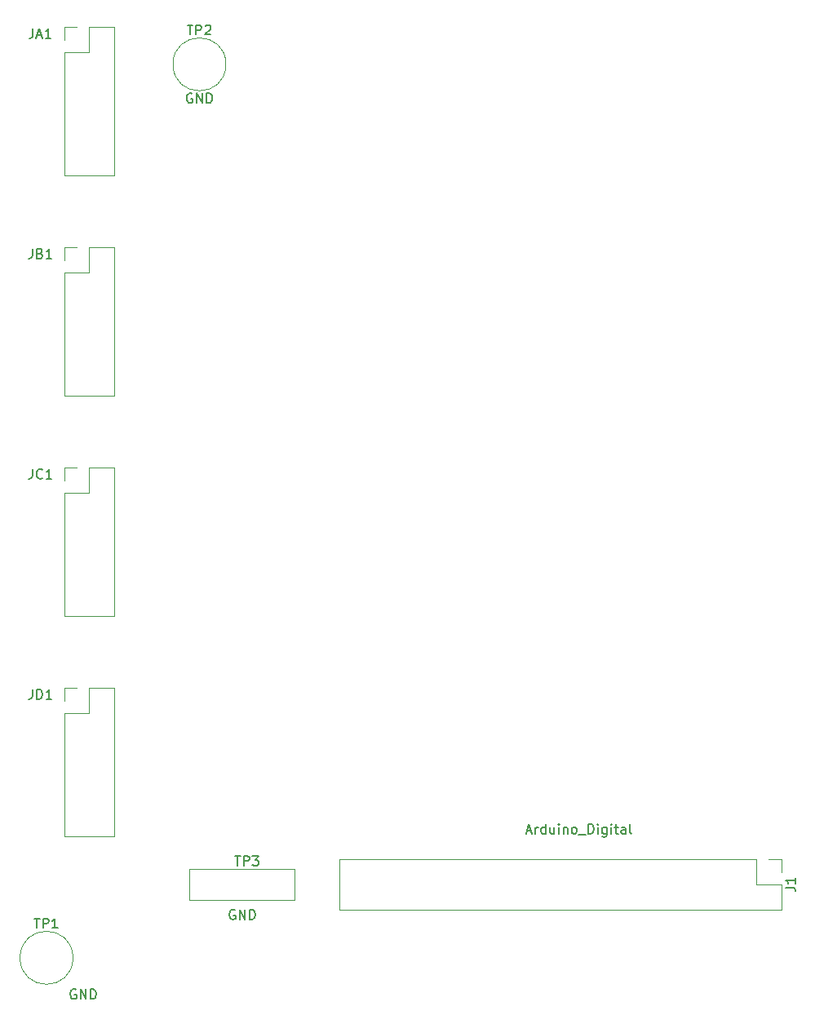
<source format=gbr>
%TF.GenerationSoftware,KiCad,Pcbnew,8.0.2*%
%TF.CreationDate,2024-05-14T21:46:34+09:00*%
%TF.ProjectId,Gender_A7-100_ArduinoDUE,47656e64-6572-45f4-9137-2d3130305f41,rev?*%
%TF.SameCoordinates,Original*%
%TF.FileFunction,Legend,Top*%
%TF.FilePolarity,Positive*%
%FSLAX46Y46*%
G04 Gerber Fmt 4.6, Leading zero omitted, Abs format (unit mm)*
G04 Created by KiCad (PCBNEW 8.0.2) date 2024-05-14 21:46:34*
%MOMM*%
%LPD*%
G01*
G04 APERTURE LIST*
%ADD10C,0.150000*%
%ADD11C,0.120000*%
G04 APERTURE END LIST*
D10*
X97163095Y-141956819D02*
X97734523Y-141956819D01*
X97448809Y-142956819D02*
X97448809Y-141956819D01*
X98067857Y-142956819D02*
X98067857Y-141956819D01*
X98067857Y-141956819D02*
X98448809Y-141956819D01*
X98448809Y-141956819D02*
X98544047Y-142004438D01*
X98544047Y-142004438D02*
X98591666Y-142052057D01*
X98591666Y-142052057D02*
X98639285Y-142147295D01*
X98639285Y-142147295D02*
X98639285Y-142290152D01*
X98639285Y-142290152D02*
X98591666Y-142385390D01*
X98591666Y-142385390D02*
X98544047Y-142433009D01*
X98544047Y-142433009D02*
X98448809Y-142480628D01*
X98448809Y-142480628D02*
X98067857Y-142480628D01*
X99591666Y-142956819D02*
X99020238Y-142956819D01*
X99305952Y-142956819D02*
X99305952Y-141956819D01*
X99305952Y-141956819D02*
X99210714Y-142099676D01*
X99210714Y-142099676D02*
X99115476Y-142194914D01*
X99115476Y-142194914D02*
X99020238Y-142242533D01*
X101473095Y-149362438D02*
X101377857Y-149314819D01*
X101377857Y-149314819D02*
X101235000Y-149314819D01*
X101235000Y-149314819D02*
X101092143Y-149362438D01*
X101092143Y-149362438D02*
X100996905Y-149457676D01*
X100996905Y-149457676D02*
X100949286Y-149552914D01*
X100949286Y-149552914D02*
X100901667Y-149743390D01*
X100901667Y-149743390D02*
X100901667Y-149886247D01*
X100901667Y-149886247D02*
X100949286Y-150076723D01*
X100949286Y-150076723D02*
X100996905Y-150171961D01*
X100996905Y-150171961D02*
X101092143Y-150267200D01*
X101092143Y-150267200D02*
X101235000Y-150314819D01*
X101235000Y-150314819D02*
X101330238Y-150314819D01*
X101330238Y-150314819D02*
X101473095Y-150267200D01*
X101473095Y-150267200D02*
X101520714Y-150219580D01*
X101520714Y-150219580D02*
X101520714Y-149886247D01*
X101520714Y-149886247D02*
X101330238Y-149886247D01*
X101949286Y-150314819D02*
X101949286Y-149314819D01*
X101949286Y-149314819D02*
X102520714Y-150314819D01*
X102520714Y-150314819D02*
X102520714Y-149314819D01*
X102996905Y-150314819D02*
X102996905Y-149314819D01*
X102996905Y-149314819D02*
X103235000Y-149314819D01*
X103235000Y-149314819D02*
X103377857Y-149362438D01*
X103377857Y-149362438D02*
X103473095Y-149457676D01*
X103473095Y-149457676D02*
X103520714Y-149552914D01*
X103520714Y-149552914D02*
X103568333Y-149743390D01*
X103568333Y-149743390D02*
X103568333Y-149886247D01*
X103568333Y-149886247D02*
X103520714Y-150076723D01*
X103520714Y-150076723D02*
X103473095Y-150171961D01*
X103473095Y-150171961D02*
X103377857Y-150267200D01*
X103377857Y-150267200D02*
X103235000Y-150314819D01*
X103235000Y-150314819D02*
X102996905Y-150314819D01*
X117993095Y-135484819D02*
X118564523Y-135484819D01*
X118278809Y-136484819D02*
X118278809Y-135484819D01*
X118897857Y-136484819D02*
X118897857Y-135484819D01*
X118897857Y-135484819D02*
X119278809Y-135484819D01*
X119278809Y-135484819D02*
X119374047Y-135532438D01*
X119374047Y-135532438D02*
X119421666Y-135580057D01*
X119421666Y-135580057D02*
X119469285Y-135675295D01*
X119469285Y-135675295D02*
X119469285Y-135818152D01*
X119469285Y-135818152D02*
X119421666Y-135913390D01*
X119421666Y-135913390D02*
X119374047Y-135961009D01*
X119374047Y-135961009D02*
X119278809Y-136008628D01*
X119278809Y-136008628D02*
X118897857Y-136008628D01*
X119802619Y-135484819D02*
X120421666Y-135484819D01*
X120421666Y-135484819D02*
X120088333Y-135865771D01*
X120088333Y-135865771D02*
X120231190Y-135865771D01*
X120231190Y-135865771D02*
X120326428Y-135913390D01*
X120326428Y-135913390D02*
X120374047Y-135961009D01*
X120374047Y-135961009D02*
X120421666Y-136056247D01*
X120421666Y-136056247D02*
X120421666Y-136294342D01*
X120421666Y-136294342D02*
X120374047Y-136389580D01*
X120374047Y-136389580D02*
X120326428Y-136437200D01*
X120326428Y-136437200D02*
X120231190Y-136484819D01*
X120231190Y-136484819D02*
X119945476Y-136484819D01*
X119945476Y-136484819D02*
X119850238Y-136437200D01*
X119850238Y-136437200D02*
X119802619Y-136389580D01*
X117983095Y-141107438D02*
X117887857Y-141059819D01*
X117887857Y-141059819D02*
X117745000Y-141059819D01*
X117745000Y-141059819D02*
X117602143Y-141107438D01*
X117602143Y-141107438D02*
X117506905Y-141202676D01*
X117506905Y-141202676D02*
X117459286Y-141297914D01*
X117459286Y-141297914D02*
X117411667Y-141488390D01*
X117411667Y-141488390D02*
X117411667Y-141631247D01*
X117411667Y-141631247D02*
X117459286Y-141821723D01*
X117459286Y-141821723D02*
X117506905Y-141916961D01*
X117506905Y-141916961D02*
X117602143Y-142012200D01*
X117602143Y-142012200D02*
X117745000Y-142059819D01*
X117745000Y-142059819D02*
X117840238Y-142059819D01*
X117840238Y-142059819D02*
X117983095Y-142012200D01*
X117983095Y-142012200D02*
X118030714Y-141964580D01*
X118030714Y-141964580D02*
X118030714Y-141631247D01*
X118030714Y-141631247D02*
X117840238Y-141631247D01*
X118459286Y-142059819D02*
X118459286Y-141059819D01*
X118459286Y-141059819D02*
X119030714Y-142059819D01*
X119030714Y-142059819D02*
X119030714Y-141059819D01*
X119506905Y-142059819D02*
X119506905Y-141059819D01*
X119506905Y-141059819D02*
X119745000Y-141059819D01*
X119745000Y-141059819D02*
X119887857Y-141107438D01*
X119887857Y-141107438D02*
X119983095Y-141202676D01*
X119983095Y-141202676D02*
X120030714Y-141297914D01*
X120030714Y-141297914D02*
X120078333Y-141488390D01*
X120078333Y-141488390D02*
X120078333Y-141631247D01*
X120078333Y-141631247D02*
X120030714Y-141821723D01*
X120030714Y-141821723D02*
X119983095Y-141916961D01*
X119983095Y-141916961D02*
X119887857Y-142012200D01*
X119887857Y-142012200D02*
X119745000Y-142059819D01*
X119745000Y-142059819D02*
X119506905Y-142059819D01*
X113038095Y-49246819D02*
X113609523Y-49246819D01*
X113323809Y-50246819D02*
X113323809Y-49246819D01*
X113942857Y-50246819D02*
X113942857Y-49246819D01*
X113942857Y-49246819D02*
X114323809Y-49246819D01*
X114323809Y-49246819D02*
X114419047Y-49294438D01*
X114419047Y-49294438D02*
X114466666Y-49342057D01*
X114466666Y-49342057D02*
X114514285Y-49437295D01*
X114514285Y-49437295D02*
X114514285Y-49580152D01*
X114514285Y-49580152D02*
X114466666Y-49675390D01*
X114466666Y-49675390D02*
X114419047Y-49723009D01*
X114419047Y-49723009D02*
X114323809Y-49770628D01*
X114323809Y-49770628D02*
X113942857Y-49770628D01*
X114895238Y-49342057D02*
X114942857Y-49294438D01*
X114942857Y-49294438D02*
X115038095Y-49246819D01*
X115038095Y-49246819D02*
X115276190Y-49246819D01*
X115276190Y-49246819D02*
X115371428Y-49294438D01*
X115371428Y-49294438D02*
X115419047Y-49342057D01*
X115419047Y-49342057D02*
X115466666Y-49437295D01*
X115466666Y-49437295D02*
X115466666Y-49532533D01*
X115466666Y-49532533D02*
X115419047Y-49675390D01*
X115419047Y-49675390D02*
X114847619Y-50246819D01*
X114847619Y-50246819D02*
X115466666Y-50246819D01*
X113538095Y-56392438D02*
X113442857Y-56344819D01*
X113442857Y-56344819D02*
X113300000Y-56344819D01*
X113300000Y-56344819D02*
X113157143Y-56392438D01*
X113157143Y-56392438D02*
X113061905Y-56487676D01*
X113061905Y-56487676D02*
X113014286Y-56582914D01*
X113014286Y-56582914D02*
X112966667Y-56773390D01*
X112966667Y-56773390D02*
X112966667Y-56916247D01*
X112966667Y-56916247D02*
X113014286Y-57106723D01*
X113014286Y-57106723D02*
X113061905Y-57201961D01*
X113061905Y-57201961D02*
X113157143Y-57297200D01*
X113157143Y-57297200D02*
X113300000Y-57344819D01*
X113300000Y-57344819D02*
X113395238Y-57344819D01*
X113395238Y-57344819D02*
X113538095Y-57297200D01*
X113538095Y-57297200D02*
X113585714Y-57249580D01*
X113585714Y-57249580D02*
X113585714Y-56916247D01*
X113585714Y-56916247D02*
X113395238Y-56916247D01*
X114014286Y-57344819D02*
X114014286Y-56344819D01*
X114014286Y-56344819D02*
X114585714Y-57344819D01*
X114585714Y-57344819D02*
X114585714Y-56344819D01*
X115061905Y-57344819D02*
X115061905Y-56344819D01*
X115061905Y-56344819D02*
X115300000Y-56344819D01*
X115300000Y-56344819D02*
X115442857Y-56392438D01*
X115442857Y-56392438D02*
X115538095Y-56487676D01*
X115538095Y-56487676D02*
X115585714Y-56582914D01*
X115585714Y-56582914D02*
X115633333Y-56773390D01*
X115633333Y-56773390D02*
X115633333Y-56916247D01*
X115633333Y-56916247D02*
X115585714Y-57106723D01*
X115585714Y-57106723D02*
X115538095Y-57201961D01*
X115538095Y-57201961D02*
X115442857Y-57297200D01*
X115442857Y-57297200D02*
X115300000Y-57344819D01*
X115300000Y-57344819D02*
X115061905Y-57344819D01*
X97028095Y-49619819D02*
X97028095Y-50334104D01*
X97028095Y-50334104D02*
X96980476Y-50476961D01*
X96980476Y-50476961D02*
X96885238Y-50572200D01*
X96885238Y-50572200D02*
X96742381Y-50619819D01*
X96742381Y-50619819D02*
X96647143Y-50619819D01*
X97456667Y-50334104D02*
X97932857Y-50334104D01*
X97361429Y-50619819D02*
X97694762Y-49619819D01*
X97694762Y-49619819D02*
X98028095Y-50619819D01*
X98885238Y-50619819D02*
X98313810Y-50619819D01*
X98599524Y-50619819D02*
X98599524Y-49619819D01*
X98599524Y-49619819D02*
X98504286Y-49762676D01*
X98504286Y-49762676D02*
X98409048Y-49857914D01*
X98409048Y-49857914D02*
X98313810Y-49905533D01*
X96956666Y-95339819D02*
X96956666Y-96054104D01*
X96956666Y-96054104D02*
X96909047Y-96196961D01*
X96909047Y-96196961D02*
X96813809Y-96292200D01*
X96813809Y-96292200D02*
X96670952Y-96339819D01*
X96670952Y-96339819D02*
X96575714Y-96339819D01*
X98004285Y-96244580D02*
X97956666Y-96292200D01*
X97956666Y-96292200D02*
X97813809Y-96339819D01*
X97813809Y-96339819D02*
X97718571Y-96339819D01*
X97718571Y-96339819D02*
X97575714Y-96292200D01*
X97575714Y-96292200D02*
X97480476Y-96196961D01*
X97480476Y-96196961D02*
X97432857Y-96101723D01*
X97432857Y-96101723D02*
X97385238Y-95911247D01*
X97385238Y-95911247D02*
X97385238Y-95768390D01*
X97385238Y-95768390D02*
X97432857Y-95577914D01*
X97432857Y-95577914D02*
X97480476Y-95482676D01*
X97480476Y-95482676D02*
X97575714Y-95387438D01*
X97575714Y-95387438D02*
X97718571Y-95339819D01*
X97718571Y-95339819D02*
X97813809Y-95339819D01*
X97813809Y-95339819D02*
X97956666Y-95387438D01*
X97956666Y-95387438D02*
X98004285Y-95435057D01*
X98956666Y-96339819D02*
X98385238Y-96339819D01*
X98670952Y-96339819D02*
X98670952Y-95339819D01*
X98670952Y-95339819D02*
X98575714Y-95482676D01*
X98575714Y-95482676D02*
X98480476Y-95577914D01*
X98480476Y-95577914D02*
X98385238Y-95625533D01*
X96956666Y-72479819D02*
X96956666Y-73194104D01*
X96956666Y-73194104D02*
X96909047Y-73336961D01*
X96909047Y-73336961D02*
X96813809Y-73432200D01*
X96813809Y-73432200D02*
X96670952Y-73479819D01*
X96670952Y-73479819D02*
X96575714Y-73479819D01*
X97766190Y-72956009D02*
X97909047Y-73003628D01*
X97909047Y-73003628D02*
X97956666Y-73051247D01*
X97956666Y-73051247D02*
X98004285Y-73146485D01*
X98004285Y-73146485D02*
X98004285Y-73289342D01*
X98004285Y-73289342D02*
X97956666Y-73384580D01*
X97956666Y-73384580D02*
X97909047Y-73432200D01*
X97909047Y-73432200D02*
X97813809Y-73479819D01*
X97813809Y-73479819D02*
X97432857Y-73479819D01*
X97432857Y-73479819D02*
X97432857Y-72479819D01*
X97432857Y-72479819D02*
X97766190Y-72479819D01*
X97766190Y-72479819D02*
X97861428Y-72527438D01*
X97861428Y-72527438D02*
X97909047Y-72575057D01*
X97909047Y-72575057D02*
X97956666Y-72670295D01*
X97956666Y-72670295D02*
X97956666Y-72765533D01*
X97956666Y-72765533D02*
X97909047Y-72860771D01*
X97909047Y-72860771D02*
X97861428Y-72908390D01*
X97861428Y-72908390D02*
X97766190Y-72956009D01*
X97766190Y-72956009D02*
X97432857Y-72956009D01*
X98956666Y-73479819D02*
X98385238Y-73479819D01*
X98670952Y-73479819D02*
X98670952Y-72479819D01*
X98670952Y-72479819D02*
X98575714Y-72622676D01*
X98575714Y-72622676D02*
X98480476Y-72717914D01*
X98480476Y-72717914D02*
X98385238Y-72765533D01*
X96956666Y-118199819D02*
X96956666Y-118914104D01*
X96956666Y-118914104D02*
X96909047Y-119056961D01*
X96909047Y-119056961D02*
X96813809Y-119152200D01*
X96813809Y-119152200D02*
X96670952Y-119199819D01*
X96670952Y-119199819D02*
X96575714Y-119199819D01*
X97432857Y-119199819D02*
X97432857Y-118199819D01*
X97432857Y-118199819D02*
X97670952Y-118199819D01*
X97670952Y-118199819D02*
X97813809Y-118247438D01*
X97813809Y-118247438D02*
X97909047Y-118342676D01*
X97909047Y-118342676D02*
X97956666Y-118437914D01*
X97956666Y-118437914D02*
X98004285Y-118628390D01*
X98004285Y-118628390D02*
X98004285Y-118771247D01*
X98004285Y-118771247D02*
X97956666Y-118961723D01*
X97956666Y-118961723D02*
X97909047Y-119056961D01*
X97909047Y-119056961D02*
X97813809Y-119152200D01*
X97813809Y-119152200D02*
X97670952Y-119199819D01*
X97670952Y-119199819D02*
X97432857Y-119199819D01*
X98956666Y-119199819D02*
X98385238Y-119199819D01*
X98670952Y-119199819D02*
X98670952Y-118199819D01*
X98670952Y-118199819D02*
X98575714Y-118342676D01*
X98575714Y-118342676D02*
X98480476Y-118437914D01*
X98480476Y-118437914D02*
X98385238Y-118485533D01*
X175139819Y-138763333D02*
X175854104Y-138763333D01*
X175854104Y-138763333D02*
X175996961Y-138810952D01*
X175996961Y-138810952D02*
X176092200Y-138906190D01*
X176092200Y-138906190D02*
X176139819Y-139049047D01*
X176139819Y-139049047D02*
X176139819Y-139144285D01*
X176139819Y-137763333D02*
X176139819Y-138334761D01*
X176139819Y-138049047D02*
X175139819Y-138049047D01*
X175139819Y-138049047D02*
X175282676Y-138144285D01*
X175282676Y-138144285D02*
X175377914Y-138239523D01*
X175377914Y-138239523D02*
X175425533Y-138334761D01*
X148265238Y-132884104D02*
X148741428Y-132884104D01*
X148170000Y-133169819D02*
X148503333Y-132169819D01*
X148503333Y-132169819D02*
X148836666Y-133169819D01*
X149170000Y-133169819D02*
X149170000Y-132503152D01*
X149170000Y-132693628D02*
X149217619Y-132598390D01*
X149217619Y-132598390D02*
X149265238Y-132550771D01*
X149265238Y-132550771D02*
X149360476Y-132503152D01*
X149360476Y-132503152D02*
X149455714Y-132503152D01*
X150217619Y-133169819D02*
X150217619Y-132169819D01*
X150217619Y-133122200D02*
X150122381Y-133169819D01*
X150122381Y-133169819D02*
X149931905Y-133169819D01*
X149931905Y-133169819D02*
X149836667Y-133122200D01*
X149836667Y-133122200D02*
X149789048Y-133074580D01*
X149789048Y-133074580D02*
X149741429Y-132979342D01*
X149741429Y-132979342D02*
X149741429Y-132693628D01*
X149741429Y-132693628D02*
X149789048Y-132598390D01*
X149789048Y-132598390D02*
X149836667Y-132550771D01*
X149836667Y-132550771D02*
X149931905Y-132503152D01*
X149931905Y-132503152D02*
X150122381Y-132503152D01*
X150122381Y-132503152D02*
X150217619Y-132550771D01*
X151122381Y-132503152D02*
X151122381Y-133169819D01*
X150693810Y-132503152D02*
X150693810Y-133026961D01*
X150693810Y-133026961D02*
X150741429Y-133122200D01*
X150741429Y-133122200D02*
X150836667Y-133169819D01*
X150836667Y-133169819D02*
X150979524Y-133169819D01*
X150979524Y-133169819D02*
X151074762Y-133122200D01*
X151074762Y-133122200D02*
X151122381Y-133074580D01*
X151598572Y-133169819D02*
X151598572Y-132503152D01*
X151598572Y-132169819D02*
X151550953Y-132217438D01*
X151550953Y-132217438D02*
X151598572Y-132265057D01*
X151598572Y-132265057D02*
X151646191Y-132217438D01*
X151646191Y-132217438D02*
X151598572Y-132169819D01*
X151598572Y-132169819D02*
X151598572Y-132265057D01*
X152074762Y-132503152D02*
X152074762Y-133169819D01*
X152074762Y-132598390D02*
X152122381Y-132550771D01*
X152122381Y-132550771D02*
X152217619Y-132503152D01*
X152217619Y-132503152D02*
X152360476Y-132503152D01*
X152360476Y-132503152D02*
X152455714Y-132550771D01*
X152455714Y-132550771D02*
X152503333Y-132646009D01*
X152503333Y-132646009D02*
X152503333Y-133169819D01*
X153122381Y-133169819D02*
X153027143Y-133122200D01*
X153027143Y-133122200D02*
X152979524Y-133074580D01*
X152979524Y-133074580D02*
X152931905Y-132979342D01*
X152931905Y-132979342D02*
X152931905Y-132693628D01*
X152931905Y-132693628D02*
X152979524Y-132598390D01*
X152979524Y-132598390D02*
X153027143Y-132550771D01*
X153027143Y-132550771D02*
X153122381Y-132503152D01*
X153122381Y-132503152D02*
X153265238Y-132503152D01*
X153265238Y-132503152D02*
X153360476Y-132550771D01*
X153360476Y-132550771D02*
X153408095Y-132598390D01*
X153408095Y-132598390D02*
X153455714Y-132693628D01*
X153455714Y-132693628D02*
X153455714Y-132979342D01*
X153455714Y-132979342D02*
X153408095Y-133074580D01*
X153408095Y-133074580D02*
X153360476Y-133122200D01*
X153360476Y-133122200D02*
X153265238Y-133169819D01*
X153265238Y-133169819D02*
X153122381Y-133169819D01*
X153646191Y-133265057D02*
X154408095Y-133265057D01*
X154646191Y-133169819D02*
X154646191Y-132169819D01*
X154646191Y-132169819D02*
X154884286Y-132169819D01*
X154884286Y-132169819D02*
X155027143Y-132217438D01*
X155027143Y-132217438D02*
X155122381Y-132312676D01*
X155122381Y-132312676D02*
X155170000Y-132407914D01*
X155170000Y-132407914D02*
X155217619Y-132598390D01*
X155217619Y-132598390D02*
X155217619Y-132741247D01*
X155217619Y-132741247D02*
X155170000Y-132931723D01*
X155170000Y-132931723D02*
X155122381Y-133026961D01*
X155122381Y-133026961D02*
X155027143Y-133122200D01*
X155027143Y-133122200D02*
X154884286Y-133169819D01*
X154884286Y-133169819D02*
X154646191Y-133169819D01*
X155646191Y-133169819D02*
X155646191Y-132503152D01*
X155646191Y-132169819D02*
X155598572Y-132217438D01*
X155598572Y-132217438D02*
X155646191Y-132265057D01*
X155646191Y-132265057D02*
X155693810Y-132217438D01*
X155693810Y-132217438D02*
X155646191Y-132169819D01*
X155646191Y-132169819D02*
X155646191Y-132265057D01*
X156550952Y-132503152D02*
X156550952Y-133312676D01*
X156550952Y-133312676D02*
X156503333Y-133407914D01*
X156503333Y-133407914D02*
X156455714Y-133455533D01*
X156455714Y-133455533D02*
X156360476Y-133503152D01*
X156360476Y-133503152D02*
X156217619Y-133503152D01*
X156217619Y-133503152D02*
X156122381Y-133455533D01*
X156550952Y-133122200D02*
X156455714Y-133169819D01*
X156455714Y-133169819D02*
X156265238Y-133169819D01*
X156265238Y-133169819D02*
X156170000Y-133122200D01*
X156170000Y-133122200D02*
X156122381Y-133074580D01*
X156122381Y-133074580D02*
X156074762Y-132979342D01*
X156074762Y-132979342D02*
X156074762Y-132693628D01*
X156074762Y-132693628D02*
X156122381Y-132598390D01*
X156122381Y-132598390D02*
X156170000Y-132550771D01*
X156170000Y-132550771D02*
X156265238Y-132503152D01*
X156265238Y-132503152D02*
X156455714Y-132503152D01*
X156455714Y-132503152D02*
X156550952Y-132550771D01*
X157027143Y-133169819D02*
X157027143Y-132503152D01*
X157027143Y-132169819D02*
X156979524Y-132217438D01*
X156979524Y-132217438D02*
X157027143Y-132265057D01*
X157027143Y-132265057D02*
X157074762Y-132217438D01*
X157074762Y-132217438D02*
X157027143Y-132169819D01*
X157027143Y-132169819D02*
X157027143Y-132265057D01*
X157360476Y-132503152D02*
X157741428Y-132503152D01*
X157503333Y-132169819D02*
X157503333Y-133026961D01*
X157503333Y-133026961D02*
X157550952Y-133122200D01*
X157550952Y-133122200D02*
X157646190Y-133169819D01*
X157646190Y-133169819D02*
X157741428Y-133169819D01*
X158503333Y-133169819D02*
X158503333Y-132646009D01*
X158503333Y-132646009D02*
X158455714Y-132550771D01*
X158455714Y-132550771D02*
X158360476Y-132503152D01*
X158360476Y-132503152D02*
X158170000Y-132503152D01*
X158170000Y-132503152D02*
X158074762Y-132550771D01*
X158503333Y-133122200D02*
X158408095Y-133169819D01*
X158408095Y-133169819D02*
X158170000Y-133169819D01*
X158170000Y-133169819D02*
X158074762Y-133122200D01*
X158074762Y-133122200D02*
X158027143Y-133026961D01*
X158027143Y-133026961D02*
X158027143Y-132931723D01*
X158027143Y-132931723D02*
X158074762Y-132836485D01*
X158074762Y-132836485D02*
X158170000Y-132788866D01*
X158170000Y-132788866D02*
X158408095Y-132788866D01*
X158408095Y-132788866D02*
X158503333Y-132741247D01*
X159122381Y-133169819D02*
X159027143Y-133122200D01*
X159027143Y-133122200D02*
X158979524Y-133026961D01*
X158979524Y-133026961D02*
X158979524Y-132169819D01*
D11*
%TO.C,TP1*%
X101175000Y-146050000D02*
G75*
G02*
X95675000Y-146050000I-2750000J0D01*
G01*
X95675000Y-146050000D02*
G75*
G02*
X101175000Y-146050000I2750000J0D01*
G01*
%TO.C,TP3*%
X124155000Y-140030000D02*
X113255000Y-140030000D01*
X124155000Y-136830000D02*
X124155000Y-140030000D01*
X113255000Y-140030000D02*
X113255000Y-136830000D01*
X113255000Y-136830000D02*
X124155000Y-136830000D01*
%TO.C,TP2*%
X117050000Y-53340000D02*
G75*
G02*
X111550000Y-53340000I-2750000J0D01*
G01*
X111550000Y-53340000D02*
G75*
G02*
X117050000Y-53340000I2750000J0D01*
G01*
%TO.C,JA1*%
X100270000Y-49470000D02*
X101600000Y-49470000D01*
X100270000Y-50800000D02*
X100270000Y-49470000D01*
X100270000Y-52070000D02*
X100270000Y-64830000D01*
X100270000Y-52070000D02*
X102870000Y-52070000D01*
X100270000Y-64830000D02*
X105470000Y-64830000D01*
X102870000Y-49470000D02*
X105470000Y-49470000D01*
X102870000Y-52070000D02*
X102870000Y-49470000D01*
X105470000Y-49470000D02*
X105470000Y-64830000D01*
%TO.C,JC1*%
X100270000Y-95190000D02*
X101600000Y-95190000D01*
X100270000Y-96520000D02*
X100270000Y-95190000D01*
X100270000Y-97790000D02*
X100270000Y-110550000D01*
X100270000Y-97790000D02*
X102870000Y-97790000D01*
X100270000Y-110550000D02*
X105470000Y-110550000D01*
X102870000Y-95190000D02*
X105470000Y-95190000D01*
X102870000Y-97790000D02*
X102870000Y-95190000D01*
X105470000Y-95190000D02*
X105470000Y-110550000D01*
%TO.C,JB1*%
X100270000Y-72330000D02*
X101600000Y-72330000D01*
X100270000Y-73660000D02*
X100270000Y-72330000D01*
X100270000Y-74930000D02*
X100270000Y-87690000D01*
X100270000Y-74930000D02*
X102870000Y-74930000D01*
X100270000Y-87690000D02*
X105470000Y-87690000D01*
X102870000Y-72330000D02*
X105470000Y-72330000D01*
X102870000Y-74930000D02*
X102870000Y-72330000D01*
X105470000Y-72330000D02*
X105470000Y-87690000D01*
%TO.C,JD1*%
X100270000Y-118050000D02*
X101600000Y-118050000D01*
X100270000Y-119380000D02*
X100270000Y-118050000D01*
X100270000Y-120650000D02*
X100270000Y-133410000D01*
X100270000Y-120650000D02*
X102870000Y-120650000D01*
X100270000Y-133410000D02*
X105470000Y-133410000D01*
X102870000Y-118050000D02*
X105470000Y-118050000D01*
X102870000Y-120650000D02*
X102870000Y-118050000D01*
X105470000Y-118050000D02*
X105470000Y-133410000D01*
%TO.C,J1*%
X128845000Y-135830000D02*
X128845000Y-141030000D01*
X172085000Y-135830000D02*
X128845000Y-135830000D01*
X172085000Y-135830000D02*
X172085000Y-138430000D01*
X172085000Y-138430000D02*
X174685000Y-138430000D01*
X173355000Y-135830000D02*
X174685000Y-135830000D01*
X174685000Y-135830000D02*
X174685000Y-137160000D01*
X174685000Y-138430000D02*
X174685000Y-141030000D01*
X174685000Y-141030000D02*
X128845000Y-141030000D01*
%TD*%
M02*

</source>
